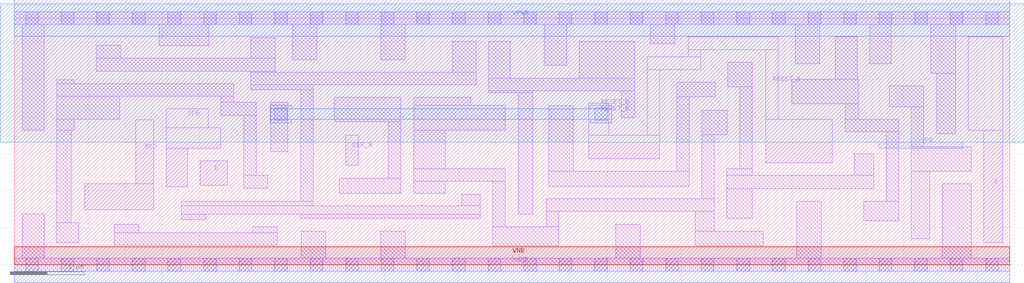
<source format=lef>
# Copyright 2020 The SkyWater PDK Authors
#
# Licensed under the Apache License, Version 2.0 (the "License");
# you may not use this file except in compliance with the License.
# You may obtain a copy of the License at
#
#     https://www.apache.org/licenses/LICENSE-2.0
#
# Unless required by applicable law or agreed to in writing, software
# distributed under the License is distributed on an "AS IS" BASIS,
# WITHOUT WARRANTIES OR CONDITIONS OF ANY KIND, either express or implied.
# See the License for the specific language governing permissions and
# limitations under the License.
#
# SPDX-License-Identifier: Apache-2.0

VERSION 5.7 ;
  NOWIREEXTENSIONATPIN ON ;
  DIVIDERCHAR "/" ;
  BUSBITCHARS "[]" ;
MACRO sky130_fd_sc_lp__sdfrtn_1
  CLASS CORE ;
  FOREIGN sky130_fd_sc_lp__sdfrtn_1 ;
  ORIGIN  0.000000  0.000000 ;
  SIZE  13.44000 BY  3.330000 ;
  SYMMETRY X Y R90 ;
  SITE unit ;
  PIN D
    ANTENNAGATEAREA  0.159000 ;
    DIRECTION INPUT ;
    USE SIGNAL ;
    PORT
      LAYER li1 ;
        RECT 2.510000 1.070000 2.885000 1.405000 ;
    END
  END D
  PIN Q
    ANTENNADIFFAREA  0.581700 ;
    DIRECTION OUTPUT ;
    USE SIGNAL ;
    PORT
      LAYER li1 ;
        RECT 12.880000 1.815000 13.345000 3.075000 ;
        RECT 13.085000 0.295000 13.345000 1.815000 ;
    END
  END Q
  PIN RESET_B
    ANTENNAGATEAREA  0.411000 ;
    DIRECTION INPUT ;
    USE SIGNAL ;
    PORT
      LAYER li1 ;
        RECT  7.755000 1.430000  8.715000 1.745000 ;
        RECT  7.755000 1.745000  8.025000 2.180000 ;
        RECT  8.545000 1.745000  8.715000 2.635000 ;
        RECT  8.545000 2.635000  9.265000 2.805000 ;
        RECT  9.095000 2.805000  9.265000 2.905000 ;
        RECT  9.095000 2.905000 10.315000 3.075000 ;
        RECT 10.145000 1.375000 11.040000 1.965000 ;
        RECT 10.145000 1.965000 10.315000 2.905000 ;
      LAYER mcon ;
        RECT 7.835000 1.950000 8.005000 2.120000 ;
    END
    PORT
      LAYER met1 ;
        RECT 3.455000 1.920000 3.745000 1.965000 ;
        RECT 3.455000 1.965000 8.065000 2.105000 ;
        RECT 3.455000 2.105000 3.745000 2.150000 ;
        RECT 7.775000 1.920000 8.065000 1.965000 ;
        RECT 7.775000 2.105000 8.065000 2.150000 ;
    END
  END RESET_B
  PIN SCD
    ANTENNAGATEAREA  0.159000 ;
    DIRECTION INPUT ;
    USE SIGNAL ;
    PORT
      LAYER li1 ;
        RECT 0.950000 0.745000 1.885000 1.095000 ;
        RECT 1.640000 1.095000 1.885000 1.955000 ;
    END
  END SCD
  PIN SCE
    ANTENNAGATEAREA  0.318000 ;
    DIRECTION INPUT ;
    USE SIGNAL ;
    PORT
      LAYER li1 ;
        RECT 2.055000 1.055000 2.340000 1.575000 ;
        RECT 2.055000 1.575000 2.785000 1.850000 ;
        RECT 2.055000 1.850000 2.620000 2.105000 ;
    END
  END SCE
  PIN CLK_N
    ANTENNAGATEAREA  0.315000 ;
    DIRECTION INPUT ;
    USE CLOCK ;
    PORT
      LAYER li1 ;
        RECT 4.475000 1.345000 4.645000 1.750000 ;
    END
  END CLK_N
  PIN VGND
    DIRECTION INOUT ;
    USE GROUND ;
    PORT
      LAYER met1 ;
        RECT 0.000000 -0.245000 13.440000 0.245000 ;
    END
  END VGND
  PIN VNB
    DIRECTION INOUT ;
    USE GROUND ;
    PORT
      LAYER pwell ;
        RECT 0.000000 0.000000 13.440000 0.245000 ;
    END
  END VNB
  PIN VPB
    DIRECTION INOUT ;
    USE POWER ;
    PORT
      LAYER nwell ;
        RECT -0.190000 1.655000 13.630000 3.520000 ;
        RECT 11.670000 1.575000 12.805000 1.655000 ;
    END
  END VPB
  PIN VPWR
    DIRECTION INOUT ;
    USE POWER ;
    PORT
      LAYER met1 ;
        RECT 0.000000 3.085000 13.440000 3.575000 ;
    END
  END VPWR
  OBS
    LAYER li1 ;
      RECT  0.000000 -0.085000 13.440000 0.085000 ;
      RECT  0.000000  3.245000 13.440000 3.415000 ;
      RECT  0.110000  0.085000  0.405000 0.690000 ;
      RECT  0.110000  1.815000  0.405000 3.245000 ;
      RECT  0.575000  0.295000  0.870000 0.565000 ;
      RECT  0.575000  0.565000  0.770000 1.815000 ;
      RECT  0.575000  1.815000  0.810000 1.965000 ;
      RECT  0.575000  1.965000  1.425000 2.275000 ;
      RECT  0.575000  2.275000  2.960000 2.445000 ;
      RECT  0.575000  2.445000  0.810000 2.495000 ;
      RECT  1.105000  2.615000  3.525000 2.785000 ;
      RECT  1.105000  2.785000  1.435000 2.965000 ;
      RECT  1.350000  0.265000  3.550000 0.435000 ;
      RECT  1.350000  0.435000  1.680000 0.545000 ;
      RECT  1.955000  2.955000  2.625000 3.245000 ;
      RECT  2.255000  0.605000  2.585000 0.685000 ;
      RECT  2.255000  0.685000  6.290000 0.795000 ;
      RECT  2.255000  0.795000  4.035000 0.855000 ;
      RECT  2.790000  2.020000  3.265000 2.195000 ;
      RECT  2.790000  2.195000  2.960000 2.275000 ;
      RECT  3.095000  1.035000  3.425000 1.205000 ;
      RECT  3.095000  1.205000  3.265000 2.020000 ;
      RECT  3.195000  2.365000  4.035000 2.430000 ;
      RECT  3.195000  2.430000  6.235000 2.600000 ;
      RECT  3.195000  2.600000  3.525000 2.615000 ;
      RECT  3.195000  2.785000  3.525000 3.065000 ;
      RECT  3.220000  0.435000  3.550000 0.515000 ;
      RECT  3.460000  1.525000  3.695000 2.195000 ;
      RECT  3.755000  2.770000  4.085000 3.245000 ;
      RECT  3.865000  0.625000  6.290000 0.685000 ;
      RECT  3.865000  0.855000  4.035000 2.365000 ;
      RECT  3.875000  0.085000  4.205000 0.455000 ;
      RECT  4.320000  1.930000  5.215000 2.260000 ;
      RECT  4.385000  0.965000  5.215000 1.165000 ;
      RECT  4.945000  0.085000  5.275000 0.455000 ;
      RECT  4.945000  2.770000  5.275000 3.245000 ;
      RECT  5.045000  1.165000  5.215000 1.930000 ;
      RECT  5.395000  0.965000  5.820000 1.125000 ;
      RECT  5.395000  1.125000  6.630000 1.295000 ;
      RECT  5.395000  1.295000  5.820000 1.815000 ;
      RECT  5.395000  1.815000  6.630000 2.150000 ;
      RECT  5.395000  2.150000  6.160000 2.260000 ;
      RECT  5.915000  2.600000  6.235000 3.020000 ;
      RECT  6.040000  0.795000  6.290000 0.955000 ;
      RECT  6.405000  2.320000  7.000000 2.350000 ;
      RECT  6.405000  2.350000  8.375000 2.520000 ;
      RECT  6.405000  2.520000  6.695000 3.020000 ;
      RECT  6.460000  0.255000  7.350000 0.510000 ;
      RECT  6.460000  0.510000  6.630000 1.125000 ;
      RECT  6.800000  0.680000  7.000000 2.320000 ;
      RECT  7.155000  2.690000  7.455000 3.245000 ;
      RECT  7.180000  0.510000  7.350000 0.720000 ;
      RECT  7.180000  0.720000  9.450000 0.890000 ;
      RECT  7.215000  1.060000  9.110000 1.260000 ;
      RECT  7.215000  1.260000  7.545000 2.145000 ;
      RECT  7.625000  2.520000  8.375000 3.020000 ;
      RECT  8.120000  0.085000  8.450000 0.550000 ;
      RECT  8.195000  1.985000  8.375000 2.350000 ;
      RECT  8.585000  2.985000  8.915000 3.245000 ;
      RECT  8.940000  1.260000  9.110000 2.265000 ;
      RECT  8.940000  2.265000  9.460000 2.465000 ;
      RECT  9.195000  0.255000 10.110000 0.455000 ;
      RECT  9.195000  0.455000  9.450000 0.720000 ;
      RECT  9.280000  0.890000  9.450000 1.755000 ;
      RECT  9.280000  1.755000  9.625000 2.085000 ;
      RECT  9.620000  0.625000  9.965000 1.025000 ;
      RECT  9.620000  1.025000 11.600000 1.205000 ;
      RECT  9.620000  1.205000  9.965000 1.295000 ;
      RECT  9.630000  2.405000  9.965000 2.735000 ;
      RECT  9.795000  1.295000  9.965000 2.405000 ;
      RECT 10.495000  2.175000 11.390000 2.505000 ;
      RECT 10.540000  2.710000 10.870000 3.245000 ;
      RECT 10.560000  0.085000 10.890000 0.855000 ;
      RECT 11.080000  2.505000 11.380000 3.075000 ;
      RECT 11.220000  1.795000 11.940000 1.965000 ;
      RECT 11.220000  1.965000 11.390000 2.175000 ;
      RECT 11.340000  1.205000 11.600000 1.495000 ;
      RECT 11.465000  0.595000 11.940000 0.855000 ;
      RECT 11.550000  2.710000 11.840000 3.245000 ;
      RECT 11.770000  0.855000 11.940000 1.795000 ;
      RECT 11.810000  2.135000 12.280000 2.415000 ;
      RECT 12.110000  0.350000 12.355000 1.265000 ;
      RECT 12.110000  1.265000 12.915000 1.595000 ;
      RECT 12.110000  1.595000 12.280000 2.135000 ;
      RECT 12.370000  2.585000 12.710000 3.245000 ;
      RECT 12.450000  1.765000 12.710000 2.585000 ;
      RECT 12.525000  0.085000 12.915000 1.095000 ;
    LAYER mcon ;
      RECT  0.155000 -0.085000  0.325000 0.085000 ;
      RECT  0.155000  3.245000  0.325000 3.415000 ;
      RECT  0.635000 -0.085000  0.805000 0.085000 ;
      RECT  0.635000  3.245000  0.805000 3.415000 ;
      RECT  1.115000 -0.085000  1.285000 0.085000 ;
      RECT  1.115000  3.245000  1.285000 3.415000 ;
      RECT  1.595000 -0.085000  1.765000 0.085000 ;
      RECT  1.595000  3.245000  1.765000 3.415000 ;
      RECT  2.075000 -0.085000  2.245000 0.085000 ;
      RECT  2.075000  3.245000  2.245000 3.415000 ;
      RECT  2.555000 -0.085000  2.725000 0.085000 ;
      RECT  2.555000  3.245000  2.725000 3.415000 ;
      RECT  3.035000 -0.085000  3.205000 0.085000 ;
      RECT  3.035000  3.245000  3.205000 3.415000 ;
      RECT  3.515000 -0.085000  3.685000 0.085000 ;
      RECT  3.515000  1.950000  3.685000 2.120000 ;
      RECT  3.515000  3.245000  3.685000 3.415000 ;
      RECT  3.995000 -0.085000  4.165000 0.085000 ;
      RECT  3.995000  3.245000  4.165000 3.415000 ;
      RECT  4.475000 -0.085000  4.645000 0.085000 ;
      RECT  4.475000  3.245000  4.645000 3.415000 ;
      RECT  4.955000 -0.085000  5.125000 0.085000 ;
      RECT  4.955000  3.245000  5.125000 3.415000 ;
      RECT  5.435000 -0.085000  5.605000 0.085000 ;
      RECT  5.435000  3.245000  5.605000 3.415000 ;
      RECT  5.915000 -0.085000  6.085000 0.085000 ;
      RECT  5.915000  3.245000  6.085000 3.415000 ;
      RECT  6.395000 -0.085000  6.565000 0.085000 ;
      RECT  6.395000  3.245000  6.565000 3.415000 ;
      RECT  6.875000 -0.085000  7.045000 0.085000 ;
      RECT  6.875000  3.245000  7.045000 3.415000 ;
      RECT  7.355000 -0.085000  7.525000 0.085000 ;
      RECT  7.355000  3.245000  7.525000 3.415000 ;
      RECT  7.835000 -0.085000  8.005000 0.085000 ;
      RECT  7.835000  3.245000  8.005000 3.415000 ;
      RECT  8.315000 -0.085000  8.485000 0.085000 ;
      RECT  8.315000  3.245000  8.485000 3.415000 ;
      RECT  8.795000 -0.085000  8.965000 0.085000 ;
      RECT  8.795000  3.245000  8.965000 3.415000 ;
      RECT  9.275000 -0.085000  9.445000 0.085000 ;
      RECT  9.275000  3.245000  9.445000 3.415000 ;
      RECT  9.755000 -0.085000  9.925000 0.085000 ;
      RECT  9.755000  3.245000  9.925000 3.415000 ;
      RECT 10.235000 -0.085000 10.405000 0.085000 ;
      RECT 10.235000  3.245000 10.405000 3.415000 ;
      RECT 10.715000 -0.085000 10.885000 0.085000 ;
      RECT 10.715000  3.245000 10.885000 3.415000 ;
      RECT 11.195000 -0.085000 11.365000 0.085000 ;
      RECT 11.195000  3.245000 11.365000 3.415000 ;
      RECT 11.675000 -0.085000 11.845000 0.085000 ;
      RECT 11.675000  3.245000 11.845000 3.415000 ;
      RECT 12.155000 -0.085000 12.325000 0.085000 ;
      RECT 12.155000  3.245000 12.325000 3.415000 ;
      RECT 12.635000 -0.085000 12.805000 0.085000 ;
      RECT 12.635000  3.245000 12.805000 3.415000 ;
      RECT 13.115000 -0.085000 13.285000 0.085000 ;
      RECT 13.115000  3.245000 13.285000 3.415000 ;
  END
END sky130_fd_sc_lp__sdfrtn_1
END LIBRARY

</source>
